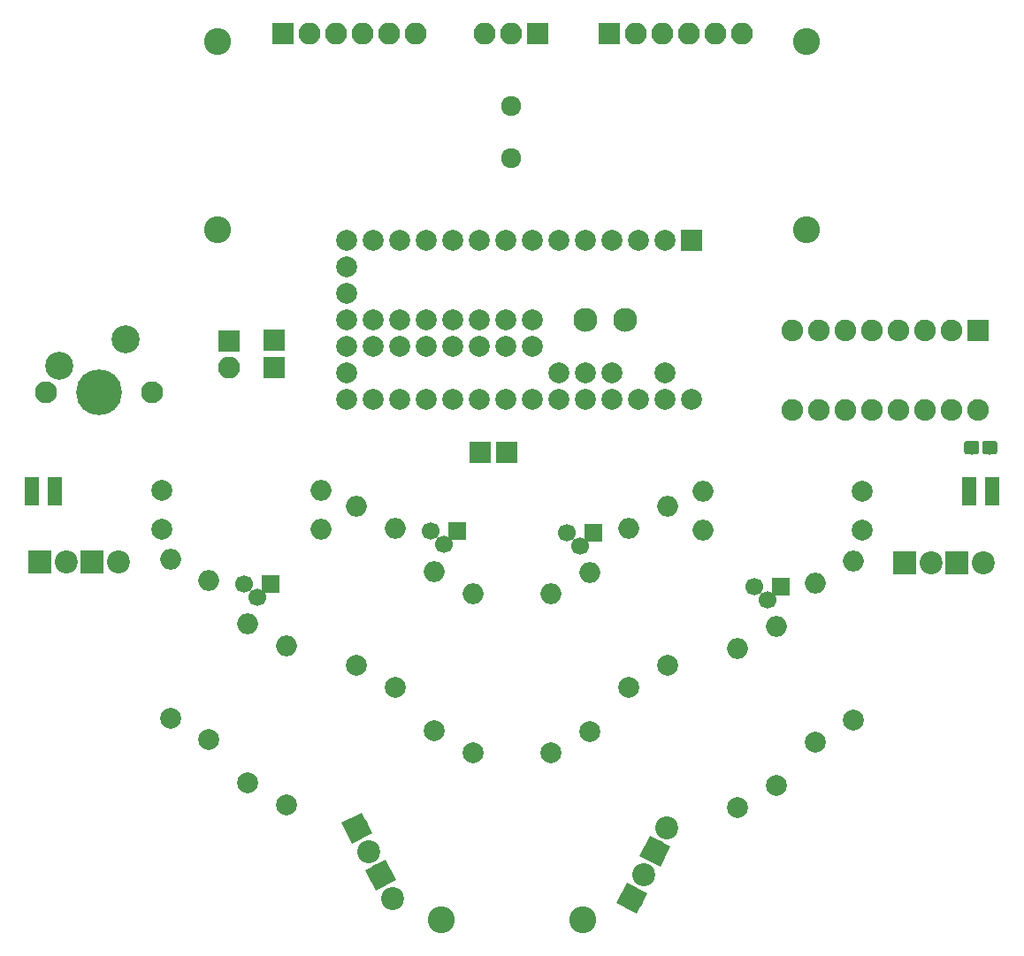
<source format=gbr>
G04 #@! TF.GenerationSoftware,KiCad,Pcbnew,(5.0.0-3-g5ebb6b6)*
G04 #@! TF.CreationDate,2020-01-06T15:18:50-08:00*
G04 #@! TF.ProjectId,mouse_v2,6D6F7573655F76322E6B696361645F70,rev?*
G04 #@! TF.SameCoordinates,Original*
G04 #@! TF.FileFunction,Soldermask,Top*
G04 #@! TF.FilePolarity,Negative*
%FSLAX46Y46*%
G04 Gerber Fmt 4.6, Leading zero omitted, Abs format (unit mm)*
G04 Created by KiCad (PCBNEW (5.0.0-3-g5ebb6b6)) date Monday, January 06, 2020 at 03:18:50 PM*
%MOMM*%
%LPD*%
G01*
G04 APERTURE LIST*
%ADD10O,2.000000X2.000000*%
%ADD11C,2.000000*%
%ADD12R,2.200000X2.200000*%
%ADD13C,2.200000*%
%ADD14C,2.584400*%
%ADD15C,0.100000*%
%ADD16R,2.100000X2.100000*%
%ADD17O,2.100000X2.100000*%
%ADD18R,2.000000X2.000000*%
%ADD19C,2.300000*%
%ADD20R,2.076400X2.076400*%
%ADD21C,2.076400*%
%ADD22C,1.924000*%
%ADD23R,1.400000X2.800000*%
%ADD24C,2.686000*%
%ADD25C,4.387800*%
%ADD26C,2.101800*%
%ADD27R,1.700000X1.700000*%
%ADD28C,1.700000*%
%ADD29C,1.350000*%
G04 APERTURE END LIST*
D10*
G04 #@! TO.C,R20*
X176809400Y-102793800D03*
D11*
X192049400Y-102793800D03*
G04 #@! TD*
D12*
G04 #@! TO.C,Q2*
X113346989Y-109548045D03*
D13*
X115886989Y-109548045D03*
G04 #@! TD*
G04 #@! TO.C,D0*
X198691500Y-109601000D03*
D12*
X196151500Y-109601000D03*
G04 #@! TD*
D14*
G04 #@! TO.C,M3*
X165309500Y-143827500D03*
X151809500Y-143827500D03*
G04 #@! TD*
D13*
G04 #@! TO.C,Q1*
X173383442Y-134988467D03*
X172250100Y-137261600D03*
D15*
G36*
X172743710Y-138736845D02*
X170774855Y-137755210D01*
X171756490Y-135786355D01*
X173725345Y-136767990D01*
X172743710Y-138736845D01*
X172743710Y-138736845D01*
G37*
G04 #@! TD*
D16*
G04 #@! TO.C,BT1*
X131470400Y-88341200D03*
D17*
X131470400Y-90881200D03*
G04 #@! TD*
D13*
G04 #@! TO.C,D1*
X170027600Y-141770100D03*
D15*
G36*
X170521210Y-143245345D02*
X168552355Y-142263710D01*
X169533990Y-140294855D01*
X171502845Y-141276490D01*
X170521210Y-143245345D01*
X170521210Y-143245345D01*
G37*
D13*
X171160942Y-139496967D03*
G04 #@! TD*
G04 #@! TO.C,D2*
X120904000Y-109537500D03*
D12*
X118364000Y-109537500D03*
G04 #@! TD*
D13*
G04 #@! TO.C,D3*
X145973800Y-139547600D03*
D15*
G36*
X144498555Y-139053990D02*
X146467410Y-138072355D01*
X147449045Y-140041210D01*
X145480190Y-141022845D01*
X144498555Y-139053990D01*
X144498555Y-139053990D01*
G37*
D13*
X147107142Y-141820733D03*
G04 #@! TD*
D12*
G04 #@! TO.C,Q0*
X201164677Y-109616645D03*
D13*
X203704677Y-109616645D03*
G04 #@! TD*
G04 #@! TO.C,Q3*
X144830800Y-137325100D03*
X143697458Y-135051967D03*
D15*
G36*
X142222213Y-134558357D02*
X144191068Y-133576722D01*
X145172703Y-135545577D01*
X143203848Y-136527212D01*
X142222213Y-134558357D01*
X142222213Y-134558357D01*
G37*
G04 #@! TD*
D11*
G04 #@! TO.C,U1*
X142748000Y-86360000D03*
X142748000Y-88900000D03*
X142748000Y-91440000D03*
X142748000Y-93980000D03*
X142748000Y-83820000D03*
X142748000Y-81280000D03*
X142748000Y-78740000D03*
X145288000Y-93980000D03*
X147828000Y-93980000D03*
X150368000Y-93980000D03*
X152908000Y-93980000D03*
X155448000Y-93980000D03*
X157988000Y-93980000D03*
X160528000Y-93980000D03*
X163068000Y-93980000D03*
X165608000Y-93980000D03*
X168148000Y-93980000D03*
X170688000Y-93980000D03*
X173228000Y-93980000D03*
X175768000Y-93980000D03*
X173228000Y-91440000D03*
X168148000Y-91440000D03*
X165608000Y-91440000D03*
X163068000Y-91440000D03*
X145288000Y-78740000D03*
X147828000Y-78740000D03*
X150368000Y-78740000D03*
X152908000Y-78740000D03*
X155448000Y-78740000D03*
X157988000Y-78740000D03*
X160528000Y-78740000D03*
X163068000Y-78740000D03*
X165608000Y-78740000D03*
X168148000Y-78740000D03*
X170688000Y-78740000D03*
X173228000Y-78740000D03*
D18*
X175768000Y-78740000D03*
D11*
X160528000Y-86360000D03*
X157988000Y-86360000D03*
X155448000Y-86360000D03*
X152908000Y-86360000D03*
X150368000Y-86360000D03*
X147828000Y-86360000D03*
X145288000Y-86360000D03*
X145288000Y-88900000D03*
X147828000Y-88900000D03*
X150368000Y-88900000D03*
X152908000Y-88900000D03*
X155448000Y-88900000D03*
X157988000Y-88900000D03*
X160528000Y-88900000D03*
D19*
X165608000Y-86360000D03*
X169418000Y-86360000D03*
G04 #@! TD*
D20*
G04 #@! TO.C,U2*
X203200000Y-87376000D03*
D21*
X200660000Y-87376000D03*
X198120000Y-87376000D03*
X195580000Y-87376000D03*
X193040000Y-87376000D03*
X190500000Y-87376000D03*
X187960000Y-87376000D03*
X185420000Y-87376000D03*
X185420000Y-94996000D03*
X187960000Y-94996000D03*
X190500000Y-94996000D03*
X193040000Y-94996000D03*
X195580000Y-94996000D03*
X198120000Y-94996000D03*
X200660000Y-94996000D03*
X203200000Y-94996000D03*
G04 #@! TD*
D16*
G04 #@! TO.C,U3*
X161036000Y-58928000D03*
D17*
X158496000Y-58928000D03*
X155956000Y-58928000D03*
G04 #@! TD*
D14*
G04 #@! TO.C,M1*
X130349000Y-77707000D03*
X130349000Y-59707000D03*
G04 #@! TD*
G04 #@! TO.C,M2*
X186770000Y-59707000D03*
X186770000Y-77707000D03*
G04 #@! TD*
D22*
G04 #@! TO.C,BZ1*
X158496000Y-70826000D03*
X158446000Y-65826000D03*
G04 #@! TD*
D23*
G04 #@! TO.C,D4*
X204528600Y-102768400D03*
X202328600Y-102768400D03*
G04 #@! TD*
G04 #@! TO.C,D5*
X112565000Y-102743000D03*
X114765000Y-102743000D03*
G04 #@! TD*
D24*
G04 #@! TO.C,SW1*
X121539000Y-88214200D03*
D25*
X118999000Y-93294200D03*
D24*
X115189000Y-90754200D03*
D26*
X124079000Y-93294200D03*
X113919000Y-93294200D03*
G04 #@! TD*
D17*
G04 #@! TO.C,U4*
X180594000Y-58928000D03*
X178054000Y-58928000D03*
X175514000Y-58928000D03*
X172974000Y-58928000D03*
X170434000Y-58928000D03*
D16*
X167894000Y-58928000D03*
G04 #@! TD*
G04 #@! TO.C,U5*
X136652000Y-58928000D03*
D17*
X139192000Y-58928000D03*
X141732000Y-58928000D03*
X144272000Y-58928000D03*
X146812000Y-58928000D03*
X149352000Y-58928000D03*
G04 #@! TD*
D16*
G04 #@! TO.C,MH_SCL1*
X158013400Y-99009200D03*
G04 #@! TD*
G04 #@! TO.C,MH_SDA1*
X155498800Y-99009200D03*
G04 #@! TD*
D11*
G04 #@! TO.C,R1*
X191249300Y-124663200D03*
D10*
X191249300Y-109423200D03*
G04 #@! TD*
G04 #@! TO.C,R2*
X173469300Y-104228900D03*
D11*
X173469300Y-119468900D03*
G04 #@! TD*
G04 #@! TO.C,R3*
X125831600Y-124510800D03*
D10*
X125831600Y-109270800D03*
G04 #@! TD*
G04 #@! TO.C,R4*
X143687800Y-104190800D03*
D11*
X143687800Y-119430800D03*
G04 #@! TD*
D10*
G04 #@! TO.C,R5*
X187553600Y-111569500D03*
D11*
X187553600Y-126809500D03*
G04 #@! TD*
G04 #@! TO.C,R6*
X162293300Y-127838200D03*
D10*
X162293300Y-112598200D03*
G04 #@! TD*
D11*
G04 #@! TO.C,R7*
X136956800Y-132803900D03*
D10*
X136956800Y-117563900D03*
G04 #@! TD*
D11*
G04 #@! TO.C,R8*
X151066500Y-125679200D03*
D10*
X151066500Y-110439200D03*
G04 #@! TD*
D11*
G04 #@! TO.C,R9*
X183845200Y-131000500D03*
D10*
X183845200Y-115760500D03*
G04 #@! TD*
D11*
G04 #@! TO.C,R10*
X169748200Y-121564400D03*
D10*
X169748200Y-106324400D03*
G04 #@! TD*
D11*
G04 #@! TO.C,R11*
X129552700Y-126593600D03*
D10*
X129552700Y-111353600D03*
G04 #@! TD*
G04 #@! TO.C,R12*
X147383500Y-106286300D03*
D11*
X147383500Y-121526300D03*
G04 #@! TD*
G04 #@! TO.C,R13*
X180136800Y-133057900D03*
D10*
X180136800Y-117817900D03*
G04 #@! TD*
G04 #@! TO.C,R14*
X166027100Y-110540800D03*
D11*
X166027100Y-125780800D03*
G04 #@! TD*
D10*
G04 #@! TO.C,R15*
X133261100Y-115506500D03*
D11*
X133261100Y-130746500D03*
G04 #@! TD*
D10*
G04 #@! TO.C,R16*
X154838400Y-112560100D03*
D11*
X154838400Y-127800100D03*
G04 #@! TD*
G04 #@! TO.C,R17*
X125044200Y-102666800D03*
D10*
X140284200Y-102666800D03*
G04 #@! TD*
G04 #@! TO.C,R18*
X176809400Y-106514900D03*
D11*
X192049400Y-106514900D03*
G04 #@! TD*
D10*
G04 #@! TO.C,R19*
X140284200Y-106387900D03*
D11*
X125044200Y-106387900D03*
G04 #@! TD*
D27*
G04 #@! TO.C,T0*
X184264300Y-111950500D03*
D28*
X181724300Y-111950500D03*
X182994300Y-113220500D03*
G04 #@! TD*
G04 #@! TO.C,T1*
X165087300Y-108026200D03*
X163817300Y-106756200D03*
D27*
X166357300Y-106756200D03*
G04 #@! TD*
D28*
G04 #@! TO.C,T2*
X134162800Y-112953800D03*
X132892800Y-111683800D03*
D27*
X135432800Y-111683800D03*
G04 #@! TD*
G04 #@! TO.C,T3*
X153276300Y-106616500D03*
D28*
X150736300Y-106616500D03*
X152006300Y-107886500D03*
G04 #@! TD*
D15*
G04 #@! TO.C,C3*
G36*
X204724181Y-97904025D02*
X204756943Y-97908885D01*
X204789071Y-97916933D01*
X204820256Y-97928091D01*
X204850196Y-97942252D01*
X204878605Y-97959279D01*
X204905208Y-97979009D01*
X204929749Y-98001251D01*
X204951991Y-98025792D01*
X204971721Y-98052395D01*
X204988748Y-98080804D01*
X205002909Y-98110744D01*
X205014067Y-98141929D01*
X205022115Y-98174057D01*
X205026975Y-98206819D01*
X205028600Y-98239900D01*
X205028600Y-98914900D01*
X205026975Y-98947981D01*
X205022115Y-98980743D01*
X205014067Y-99012871D01*
X205002909Y-99044056D01*
X204988748Y-99073996D01*
X204971721Y-99102405D01*
X204951991Y-99129008D01*
X204929749Y-99153549D01*
X204905208Y-99175791D01*
X204878605Y-99195521D01*
X204850196Y-99212548D01*
X204820256Y-99226709D01*
X204789071Y-99237867D01*
X204756943Y-99245915D01*
X204724181Y-99250775D01*
X204691100Y-99252400D01*
X203916100Y-99252400D01*
X203883019Y-99250775D01*
X203850257Y-99245915D01*
X203818129Y-99237867D01*
X203786944Y-99226709D01*
X203757004Y-99212548D01*
X203728595Y-99195521D01*
X203701992Y-99175791D01*
X203677451Y-99153549D01*
X203655209Y-99129008D01*
X203635479Y-99102405D01*
X203618452Y-99073996D01*
X203604291Y-99044056D01*
X203593133Y-99012871D01*
X203585085Y-98980743D01*
X203580225Y-98947981D01*
X203578600Y-98914900D01*
X203578600Y-98239900D01*
X203580225Y-98206819D01*
X203585085Y-98174057D01*
X203593133Y-98141929D01*
X203604291Y-98110744D01*
X203618452Y-98080804D01*
X203635479Y-98052395D01*
X203655209Y-98025792D01*
X203677451Y-98001251D01*
X203701992Y-97979009D01*
X203728595Y-97959279D01*
X203757004Y-97942252D01*
X203786944Y-97928091D01*
X203818129Y-97916933D01*
X203850257Y-97908885D01*
X203883019Y-97904025D01*
X203916100Y-97902400D01*
X204691100Y-97902400D01*
X204724181Y-97904025D01*
X204724181Y-97904025D01*
G37*
D29*
X204303600Y-98577400D03*
D15*
G36*
X202974181Y-97904025D02*
X203006943Y-97908885D01*
X203039071Y-97916933D01*
X203070256Y-97928091D01*
X203100196Y-97942252D01*
X203128605Y-97959279D01*
X203155208Y-97979009D01*
X203179749Y-98001251D01*
X203201991Y-98025792D01*
X203221721Y-98052395D01*
X203238748Y-98080804D01*
X203252909Y-98110744D01*
X203264067Y-98141929D01*
X203272115Y-98174057D01*
X203276975Y-98206819D01*
X203278600Y-98239900D01*
X203278600Y-98914900D01*
X203276975Y-98947981D01*
X203272115Y-98980743D01*
X203264067Y-99012871D01*
X203252909Y-99044056D01*
X203238748Y-99073996D01*
X203221721Y-99102405D01*
X203201991Y-99129008D01*
X203179749Y-99153549D01*
X203155208Y-99175791D01*
X203128605Y-99195521D01*
X203100196Y-99212548D01*
X203070256Y-99226709D01*
X203039071Y-99237867D01*
X203006943Y-99245915D01*
X202974181Y-99250775D01*
X202941100Y-99252400D01*
X202166100Y-99252400D01*
X202133019Y-99250775D01*
X202100257Y-99245915D01*
X202068129Y-99237867D01*
X202036944Y-99226709D01*
X202007004Y-99212548D01*
X201978595Y-99195521D01*
X201951992Y-99175791D01*
X201927451Y-99153549D01*
X201905209Y-99129008D01*
X201885479Y-99102405D01*
X201868452Y-99073996D01*
X201854291Y-99044056D01*
X201843133Y-99012871D01*
X201835085Y-98980743D01*
X201830225Y-98947981D01*
X201828600Y-98914900D01*
X201828600Y-98239900D01*
X201830225Y-98206819D01*
X201835085Y-98174057D01*
X201843133Y-98141929D01*
X201854291Y-98110744D01*
X201868452Y-98080804D01*
X201885479Y-98052395D01*
X201905209Y-98025792D01*
X201927451Y-98001251D01*
X201951992Y-97979009D01*
X201978595Y-97959279D01*
X202007004Y-97942252D01*
X202036944Y-97928091D01*
X202068129Y-97916933D01*
X202100257Y-97908885D01*
X202133019Y-97904025D01*
X202166100Y-97902400D01*
X202941100Y-97902400D01*
X202974181Y-97904025D01*
X202974181Y-97904025D01*
G37*
D29*
X202553600Y-98577400D03*
G04 #@! TD*
D16*
G04 #@! TO.C,GND*
X135813800Y-90932000D03*
G04 #@! TD*
G04 #@! TO.C,BT*
X135813800Y-88290400D03*
G04 #@! TD*
M02*

</source>
